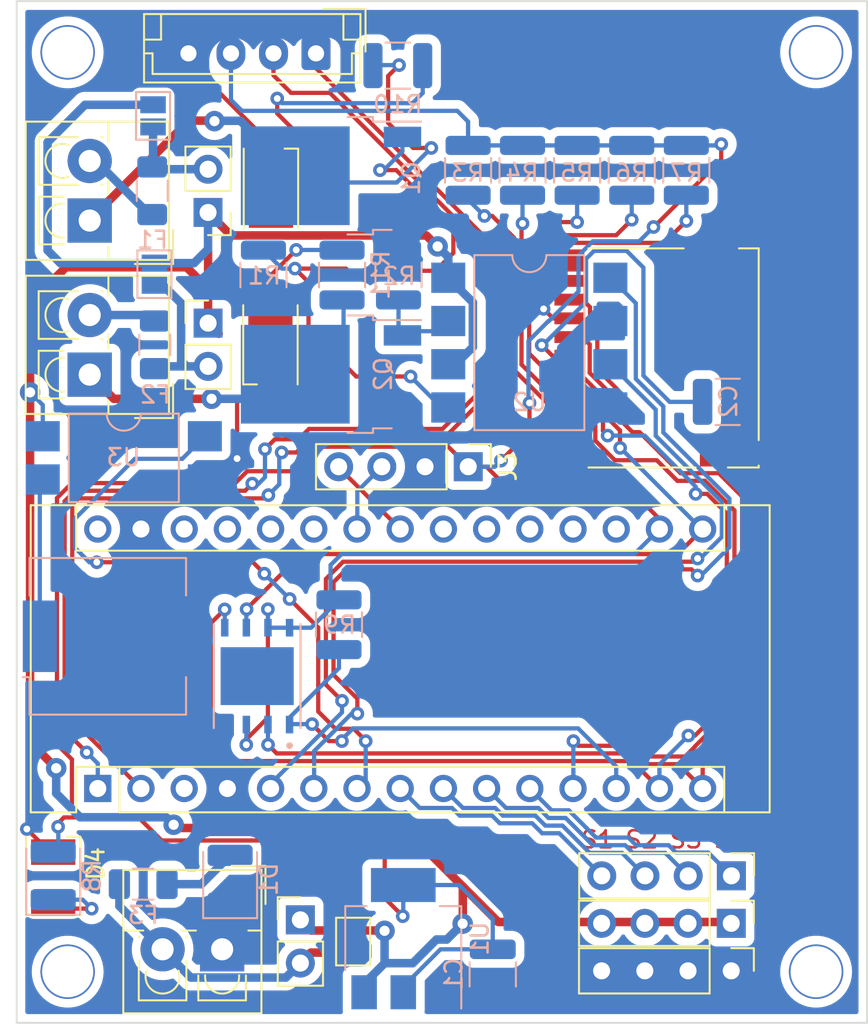
<source format=kicad_pcb>
(kicad_pcb (version 20211014) (generator pcbnew)
  (layers (0 "F.Cu" signal) (31 "B.Cu" signal) (34 "B.Paste" user) (35 "F.Paste" user) (36 "B.SilkS" user "B.Silkscreen") (37 "F.SilkS" user "F.Silkscreen") (38 "B.Mask" user) (39 "F.Mask" user) (44 "Edge.Cuts" user))
  (net 0 "")
  (net 1 "TX")
  (net 2 "RX")
  (net 3 "GND")
  (net 4 "Pyro_1")
  (net 5 "Pyro_2")
  (net 6 "CS")
  (net 7 "SPI_CS_FLASH")
  (net 8 "MOSI")
  (net 9 "MISO")
  (net 10 "SCK")
  (net 17 "SDA")
  (net 18 "SCL")
  (net 23 "3.3v")
  (net 24 "+BATT")
  (net 25 "Net-(BZ1-Pad1)")
  (net 26 "Servo_1")
  (net 27 "Servo_2")
  (net 28 "Servo_3")
  (net 29 "Servo_4")
  (net 30 "Net-(C2-Pad1)")
  (net 31 "Net-(D1-Pad2)")
  (net 32 "Net-(Q1-Pad1)")
  (net 33 "Net-(Q2-Pad1)")
  (net 36 "Net-(J11-Pad1)")
  (net 37 "Net-(J11-Pad8)")
  (net 38 "BuzzerPin")
  (net 39 "Net-(D2-Pad2)")
  (net 40 "Net-(J2-Pad1)")
  (net 41 "Net-(F1-Pad1)")
  (net 42 "Net-(J4-Pad1)")
  (net 43 "Net-(F1-Pad2)")
  (net 44 "Net-(F2-Pad1)")
  (net 45 "Net-(F2-Pad2)")
  (net 46 "Net-(F3-Pad1)")
  (net 47 "Net-(R8-Pad1)")
  (net 48 "Net-(R10-Pad2)")
  (footprint "LED_SMD:LED_PLCC-2" (layer "F.Cu") (at 164.92 80.105 90)
    (fp_text reference "D2" hide)
    (fp_text value "Con2")
  )
  (footprint "LED_SMD:LED_PLCC-2" (layer "F.Cu") (at 152.15 111.475 -90)
    (fp_text reference "D4")
    (fp_text value "LED" hide)
  )
  (footprint "Connector_PinHeader_2.54mm:PinHeader_1x04_P2.54mm_Vertical" (layer "F.Cu") (at 176.55 87.34 -90)
    (fp_text reference "J3")
    (fp_text value "BMP 280")
  )
  (footprint "TerminalBlock_4Ucon:TerminalBlock_4Ucon_1x02_P3.50mm_Vertical" (layer "F.Cu") (at 154.295 81.93 90)
    (fp_text reference "J4" hide)
    (fp_text value "Pyro 2" hide)
  )
  (footprint "LED_SMD:LED_PLCC-2" (layer "F.Cu") (at 164.95 71.055 -90)
    (fp_text reference "D3" hide)
    (fp_text value "Con1")
  )
  (footprint "TerminalBlock_4Ucon:TerminalBlock_4Ucon_1x02_P3.50mm_Vertical" (layer "F.Cu") (at 154.295 72.88 90)
    (fp_text reference "J2" hide)
    (fp_text value "Pyro 1" hide)
  )
  (footprint "TerminalBlock_4Ucon:TerminalBlock_4Ucon_1x02_P3.50mm_Vertical" (layer "F.Cu") (at 162.08 115.685 180)
    (fp_text reference "J1" hide)
    (fp_text value "Power in")
  )
  (footprint "Jumper:SolderJumper-2_P1.3mm_Open_Pad1.0x1.5mm" (layer "F.Cu") (at 169.78 115.23 90)
    (fp_text reference "JP3" hide)
    (fp_text value "SolderJumper_2_Open" hide)
  )
  (footprint "Connector_Card:microSD_HC_Hirose_DM3D-SF" (layer "F.Cu") (at 187.84 80.95 -90)
    (fp_text reference "J11" hide)
    (fp_text value "Micro_SD_Card")
  )
  (footprint "Connector_PinHeader_2.54mm:PinHeader_1x02_P2.54mm_Vertical" (layer "F.Cu") (at 161.255 78.905)
    (fp_text reference "J10" hide)
    (fp_text value "P2 Arm")
  )
  (footprint "Connector_PinHeader_2.54mm:PinHeader_1x02_P2.54mm_Vertical" (layer "F.Cu") (at 166.68 113.955)
    (fp_text reference "J8" hide)
    (fp_text value "Master Arm")
  )
  (footprint "Connector_PinHeader_2.54mm:PinHeader_1x04_P2.54mm_Vertical" (layer "F.Cu") (at 192.01 116.95 -90)
    (fp_text reference "J7" hide)
    (fp_text value "GND")
  )
  (footprint "Connector_PinHeader_2.54mm:PinHeader_1x02_P2.54mm_Vertical" (layer "F.Cu") (at 161.2525 72.405 180)
    (fp_text reference "J9" hide)
    (fp_text value "P1 Arm")
  )
  (footprint "Connector_PinHeader_2.54mm:PinHeader_1x04_P2.54mm_Vertical" (layer "F.Cu") (at 192.01 114.16 -90)
    (fp_text reference "J6" hide)
    (fp_text value "V+")
  )
  (footprint "Connector_JST:JST_EH_B4B-EH-A_1x04_P2.50mm_Vertical" (layer "F.Cu") (at 167.6 63.06 180)
    (fp_text reference "J12" hide)
    (fp_text value "UART")
  )
  (footprint "Module:Arduino_Nano" (layer "F.Cu") (at 154.77 106.24 90)
    (fp_text reference "A1" hide)
    (fp_text value "Arduino Nano")
  )
  (footprint "Connector_PinHeader_2.54mm:PinHeader_1x04_P2.54mm_Vertical" (layer "F.Cu") (at 192.02 111.37 -90)
    (fp_text reference "J5" hide)
    (fp_text value "SIG")
  )
  (footprint "Package_DIP:SMDIP-8_W9.53mm" (layer "B.Cu") (at 180.14 80.05 180)
    (fp_text reference "U2")
    (fp_text value "LTV-827S" hide)
  )
  (footprint "Package_TO_SOT_SMD:TO-252-2" (layer "B.Cu") (at 168.48 70.2475 180)
    (fp_text reference "Q1")
    (fp_text value "IRLR2905TRPBF" hide)
  )
  (footprint "Capacitor_SMD:C_1210_3225Metric" (layer "B.Cu") (at 191.8 83.53)
    (fp_text reference "C2")
    (fp_text value "100nF" hide)
  )
  (footprint "Resistor_SMD:R_1210_3225Metric" (layer "B.Cu") (at 169.13 76.08 90)
    (fp_text reference "R11")
    (fp_text value "300")
  )
  (footprint "Fuse:Fuse_1206_3216Metric" (layer "B.Cu") (at 158.12 80.18 -90)
    (fp_text reference "F2")
    (fp_text value "Fuse" hide)
  )
  (footprint "KP-PTR_lib:SON127P500X600X80-9N" (layer "B.Cu") (at 164.14 99.64 90)
    (fp_text reference "U4" hide)
    (fp_text value "W25Q128JVS" hide)
  )
  (footprint "Resistor_SMD:R_1210_3225Metric" (layer "B.Cu") (at 172.45 76.0775 -90)
    (fp_text reference "R2")
    (fp_text value "10k" hide)
  )
  (footprint "Package_TO_SOT_SMD:SOT-223-3_TabPin2" (layer "B.Cu") (at 172.73 115.06 90)
    (fp_text reference "U1")
    (fp_text value "3.3v REG")
  )
  (footprint "LED_SMD:LED_1210_3225Metric" (layer "B.Cu") (at 152.15 111.37 90)
    (fp_text reference "R8")
    (fp_text value "65")
  )
  (footprint "Package_TO_SOT_SMD:TO-252-2" (layer "B.Cu") (at 168.48 81.905 180)
    (fp_text reference "Q2")
    (fp_text value "IRLR2905TRPBF")
  )
  (footprint "Resistor_SMD:R_1210_3225Metric" (layer "B.Cu") (at 179.74 69.93 90)
    (fp_text reference "R4")
    (fp_text value "100k" hide)
  )
  (footprint "Resistor_SMD:R_1210_3225Metric" (layer "B.Cu") (at 182.95 69.93 90)
    (fp_text reference "R5")
    (fp_text value "100k" hide)
  )
  (footprint "Resistor_SMD:R_1210_3225Metric" (layer "B.Cu") (at 164.51 76.0775 90)
    (fp_text reference "R1")
    (fp_text value "10k" hide)
  )
  (footprint "Fuse:Fuse_1206_3216Metric" (layer "B.Cu") (at 157.97 71.13 90)
    (fp_text reference "F1")
    (fp_text value "Fuse" hide)
  )
  (footprint "Resistor_SMD:R_1210_3225Metric" (layer "B.Cu") (at 189.37 69.93 90)
    (fp_text reference "R7")
    (fp_text value "100k" hide)
  )
  (footprint "Diode_SMD:D_1210_3225Metric" (layer "B.Cu") (at 162.55 111.57 90)
    (fp_text reference "D1")
    (fp_text value "DIODE")
  )
  (footprint "Resistor_SMD:R_1210_3225Metric" (layer "B.Cu") (at 172.41 63.78)
    (fp_text reference "R10")
    (fp_text value "300")
  )
  (footprint "Resistor_SMD:R_1210_3225Metric" (layer "B.Cu") (at 168.95 96.62 -90)
    (fp_text reference "R9")
    (fp_text value "100k" hide)
  )
  (footprint "Resistor_SMD:R_1210_3225Metric" (layer "B.Cu") (at 186.16 69.93 90)
    (fp_text reference "R6")
    (fp_text value "100k" hide)
  )
  (footprint "Capacitor_SMD:C_1210_3225Metric" (layer "B.Cu") (at 177.99 117.16 -90)
    (fp_text reference "C1")
    (fp_text value "100nf")
  )
  (footprint "Jumper:SolderJumper-2_P1.3mm_Open_Pad1.0x1.5mm" (layer "B.Cu") (at 158.1 76.03 90)
    (fp_text reference "JP2" hide)
    (fp_text value "SolderJumper_2_Open" hide)
  )
  (footprint "Jumper:SolderJumper-2_P1.3mm_Open_Pad1.0x1.5mm" (layer "B.Cu") (at 158.02 66.73 90)
    (fp_text reference "JP1" hide)
    (fp_text value "SolderJumper_2_Open" hide)
  )
  (footprint "Resistor_SMD:R_1210_3225Metric" (layer "B.Cu") (at 176.54 69.93 90)
    (fp_text reference "R3")
    (fp_text value "100k" hide)
  )
  (footprint "Package_DIP:SMDIP-4_W9.53mm" (layer "B.Cu") (at 156.3 86.82 180)
    (fp_text reference "U3")
    (fp_text value "LTV-817S" hide)
  )
  (footprint "Fuse:Fuse_1206_3216Metric" (layer "B.Cu") (at 157.44 111.86)
    (fp_text reference "F3")
    (fp_text value "Fuse")
  )
  (footprint "Buzzer_Beeper:Buzzer_CUI_CPT-9019S-SMT" (layer "B.Cu") (at 155.36 97.3)
    (fp_text reference "BZ1" hide)
    (fp_text value "Buzzer")
  )
  (gr_line (start 200 120) (end 150 120) (layer "Edge.Cuts") (width 0.1))
  (gr_line (start 150 60) (end 200 60) (layer "Edge.Cuts") (width 0.1))
  (gr_line (start 200 60) (end 200 120) (layer "Edge.Cuts") (width 0.1))
  (gr_line locked (start 150 120) (end 150 60) (layer "Edge.Cuts") (width 0.1))
  (gr_text "S3\n" (at 189.35 109.24) (layer "F.Cu") (effects (font (size 1 1))))
  (gr_text "S2\n" (at 186.75 109.24) (layer "F.Cu") (effects (font (size 1 1))))
  (gr_text "S1" (at 184.15 109.24) (layer "F.Cu") (effects (font (size 1 1))))
  (gr_text "S4\n" (at 191.95 109.24) (layer "F.Cu") (effects (font (size 1 1))))
  (via locked (at 153 117) (size 3.2) (drill 3) (layers "F.Cu" "B.Cu") (net 0))
  (via locked (at 197 117) (size 3.2) (drill 3) (layers "F.Cu" "B.Cu") (net 0))
  (via (at 153 63) (size 3.2) (drill 3) (layers "F.Cu" "B.Cu") (net 0))
  (via locked (at 197 63) (size 3.2) (drill 3) (layers "F.Cu" "B.Cu") (net 0))
  (segment (start 178.332881 75.298599) (end 168.414282 65.38) (width 0.25) (layer "F.Cu") (net 1))
  (segment (start 165.1 64.35) (end 165.1 63.06) (width 0.25) (layer "F.Cu") (net 1))
  (segment (start 164.6 86.31) (end 165.18 85.73) (width 0.25) (layer "F.Cu") (net 1))
  (segment (start 165.18 85.73) (end 166.574282 85.73) (width 0.25) (layer "F.Cu") (net 1))
  (segment (start 153.433803 88.75048) (end 163.42952 88.75048) (width 0.25) (layer "F.Cu") (net 1))
  (segment (start 152.82048 102.82048) (end 152.82048 89.363802) (width 0.25) (layer "F.Cu") (net 1))
  (segment (start 178.332881 81.821401) (end 178.332881 75.298599) (width 0.25) (layer "F.Cu") (net 1))
  (segment (start 166.574282 85.73) (end 167.183803 85.12048) (width 0.25) (layer "F.Cu") (net 1))
  (segment (start 166.13 65.38) (end 165.1 64.35) (width 0.25) (layer "F.Cu") (net 1))
  (segment (start 154.12 104.12) (end 152.82048 102.82048) (width 0.25) (layer "F.Cu") (net 1))
  (segment (start 175.033802 85.12048) (end 178.332881 81.821401) (width 0.25) (layer "F.Cu") (net 1))
  (segment (start 168.414282 65.38) (end 166.13 65.38) (width 0.25) (layer "F.Cu") (net 1))
  (segment (start 152.82048 89.363802) (end 153.433803 88.75048) (width 0.25) (layer "F.Cu") (net 1))
  (segment (start 167.183803 85.12048) (end 175.033802 85.12048) (width 0.25) (layer "F.Cu") (net 1))
  (segment (start 163.42952 88.75048) (end 163.85 88.33) (width 0.25) (layer "F.Cu") (net 1))
  (via (at 163.85 88.33) (size 0.8) (drill 0.4) (layers "F.Cu" "B.Cu") (net 1))
  (via (at 164.6 86.31) (size 0.8) (drill 0.4) (layers "F.Cu" "B.Cu") (net 1))
  (via (at 154.12 104.12) (size 0.8) (drill 0.4) (layers "F.Cu" "B.Cu") (net 1))
  (segment (start 164.6 86.31) (end 164.6 87.96) (width 0.25) (layer "B.Cu") (net 1))
  (segment (start 164.6 87.96) (end 164.01 88.55) (width 0.25) (layer "B.Cu") (net 1))
  (segment (start 154.77 104.77) (end 154.77 106.24) (width 0.25) (layer "B.Cu") (net 1))
  (segment (start 164.01 88.49) (end 163.85 88.33) (width 0.25) (layer "B.Cu") (net 1))
  (segment (start 164.01 88.55) (end 164.01 88.49) (width 0.25) (layer "B.Cu") (net 1))
  (segment (start 154.12 104.12) (end 154.77 104.77) (width 0.25) (layer "B.Cu") (net 1))
  (segment (start 153.62 89.2) (end 153.27 89.55) (width 0.25) (layer "F.Cu") (net 2))
  (segment (start 166.438562 86.501438) (end 167.37 85.57) (width 0.25) (layer "F.Cu") (net 2))
  (segment (start 167.6 63.93) (end 167.6 63.06) (width 0.25) (layer "F.Cu") (net 2))
  (segment (start 153.27 89.55) (end 153.27 102.2) (width 0.25) (layer "F.Cu") (net 2))
  (segment (start 165.580998 86.501438) (end 166.438562 86.501438) (width 0.25) (layer "F.Cu") (net 2))
  (segment (start 175.22 85.57) (end 178.782401 82.007599) (width 0.25) (layer "F.Cu") (net 2))
  (segment (start 164.61 89.2) (end 153.62 89.2) (width 0.25) (layer "F.Cu") (net 2))
  (segment (start 178.782401 75.112401) (end 167.6 63.93) (width 0.25) (layer "F.Cu") (net 2))
  (segment (start 178.782401 82.007599) (end 178.782401 75.112401) (width 0.25) (layer "F.Cu") (net 2))
  (segment (start 153.27 102.2) (end 157.31 106.24) (width 0.25) (layer "F.Cu") (net 2))
  (segment (start 164.8 89.01) (end 164.61 89.2) (width 0.25) (layer "F.Cu") (net 2))
  (segment (start 167.37 85.57) (end 175.22 85.57) (width 0.25) (layer "F.Cu") (net 2))
  (via (at 165.580998 86.501438) (size 0.8) (drill 0.4) (layers "F.Cu" "B.Cu") (net 2))
  (via (at 164.8 89.01) (size 0.8) (drill 0.4) (layers "F.Cu" "B.Cu") (net 2))
  (segment (start 165.44 86.642436) (end 165.580998 86.501438) (width 0.25) (layer "B.Cu") (net 2))
  (segment (start 165.44 88.37) (end 165.44 86.642436) (width 0.25) (layer "B.Cu") (net 2))
  (segment (start 164.8 89.01) (end 165.44 88.37) (width 0.25) (layer "B.Cu") (net 2))
  (segment (start 160.1 63.06) (end 160.1 63.55) (width 0.25) (layer "F.Cu") (net 3))
  (segment (start 164.95 68.4) (end 164.95 69.555) (width 0.25) (layer "F.Cu") (net 3))
  (segment (start 152.15 109.48) (end 152.12 109.45) (width 0.25) (layer "F.Cu") (net 3))
  (segment (start 160.1 63.55) (end 164.95 68.4) (width 0.25) (layer "F.Cu") (net 3))
  (segment (start 162.96 86.86) (end 162.96 83.565) (width 0.25) (layer "F.Cu") (net 3))
  (segment (start 162.96 83.565) (end 164.92 81.605) (width 0.25) (layer "F.Cu") (net 3))
  (segment (start 181.535 78.625) (end 182.49 78.625) (width 0.25) (layer "F.Cu") (net 3))
  (segment (start 151.955 109.975) (end 150.6 108.62) (width 0.25) (layer "F.Cu") (net 3))
  (segment (start 180.98 78.07) (end 181.535 78.625) (width 0.25) (layer "F.Cu") (net 3))
  (segment (start 152.15 109.975) (end 152.15 109.48) (width 0.25) (layer "F.Cu") (net 3))
  (segment (start 152.15 109.975) (end 151.955 109.975) (width 0.25) (layer "F.Cu") (net 3))
  (via (at 162.96 86.86) (size 0.8) (drill 0.4) (layers "F.Cu" "B.Cu") (net 3))
  (via (at 180.98 78.07) (size 0.8) (drill 0.4) (layers "F.Cu" "B.Cu") (net 3))
  (via (at 150.6 108.62) (size 0.8) (drill 0.4) (layers "F.Cu" "B.Cu") (net 3))
  (segment (start 161.73 88.09) (end 162.96 86.86) (width 0.25) (layer "B.Cu") (net 3))
  (segment (start 172.45 72.7575) (end 172.68 72.5275) (width 0.25) (layer "B.Cu") (net 3))
  (segment (start 161.065 88.09) (end 161.73 88.09) (width 0.25) (layer "B.Cu") (net 3))
  (segment (start 190.03 92.73) (end 189.84048 92.91952) (width 0.25) (layer "F.Cu") (net 4))
  (segment (start 168.17952 93.93048) (end 168.17952 100.13952) (width 0.25) (layer "F.Cu") (net 4))
  (segment (start 189.84048 92.91952) (end 169.19048 92.91952) (width 0.25) (layer "F.Cu") (net 4))
  (segment (start 169.19048 92.91952) (end 168.17952 93.93048) (width 0.25) (layer "F.Cu") (net 4))
  (segment (start 168.17952 100.13952) (end 169.13 101.09) (width 0.25) (layer "F.Cu") (net 4))
  (via (at 190.03 92.73) (size 0.8) (drill 0.4) (layers "F.Cu" "B.Cu") (net 4))
  (via (at 169.13 101.09) (size 0.8) (drill 0.4) (layers "F.Cu" "B.Cu") (net 4))
  (segment (start 169.13 101.09) (end 169.13 101.77) (width 0.25) (layer "B.Cu") (net 4))
  (segment (start 187.57 85.52) (end 187.57 83.985) (width 0.25) (layer "B.Cu") (net 4))
  (segment (start 187.57 83.985) (end 184.905 81.32) (width 0.25) (layer "B.Cu") (net 4))
  (segment (start 169.13 101.77) (end 164.95 105.95) (width 0.25) (layer "B.Cu") (net 4))
  (segment (start 191.454511 89.404511) (end 187.57 85.52) (width 0.25) (layer "B.Cu") (net 4))
  (segment (start 191.454511 91.465789) (end 191.454511 89.404511) (width 0.25) (layer "B.Cu") (net 4))
  (segment (start 190.1903 92.73) (end 191.454511 91.465789) (width 0.25) (layer "B.Cu") (net 4))
  (segment (start 164.95 105.95) (end 164.95 106.26) (width 0.25) (layer "B.Cu") (net 4))
  (segment (start 184.905 81.32) (end 184.905 81.495) (width 0.25) (layer "B.Cu") (net 4))
  (segment (start 190.03 92.73) (end 190.1903 92.73) (width 0.25) (layer "B.Cu") (net 4))
  (segment (start 189.669537 93.36904) (end 169.376678 93.36904) (width 0.25) (layer "F.Cu") (net 5))
  (segment (start 168.62904 94.116678) (end 168.62904 99.564426) (width 0.25) (layer "F.Cu") (net 5))
  (segment (start 190.03 93.729503) (end 189.669537 93.36904) (width 0.25) (layer "F.Cu") (net 5))
  (segment (start 170.030769 100.966155) (end 170.030769 101.843351) (width 0.25) (layer "F.Cu") (net 5))
  (segment (start 168.62904 99.564426) (end 170.030769 100.966155) (width 0.25) (layer "F.Cu") (net 5))
  (segment (start 169.376678 93.36904) (end 168.62904 94.116678) (width 0.25) (layer "F.Cu") (net 5))
  (via (at 190.03 93.729503) (size 0.8) (drill 0.4) (layers "F.Cu" "B.Cu") (net 5))
  (via (at 170.030769 101.843351) (size 0.8) (drill 0.4) (layers "F.Cu" "B.Cu") (net 5))
  (segment (start 167.49 106.26) (end 167.49 104.045718) (width 0.25) (layer "B.Cu") (net 5))
  (segment (start 167.49 104.045718) (end 169.692367 101.843351) (width 0.25) (layer "B.Cu") (net 5))
  (segment (start 186.4 82.179282) (end 186.4 77.735) (width 0.25) (layer "B.Cu") (net 5))
  (segment (start 190.236215 93.729503) (end 191.904031 92.061687) (width 0.25) (layer "B.Cu") (net 5))
  (segment (start 191.904031 89.218313) (end 188.01952 85.333802) (width 0.25) (layer "B.Cu") (net 5))
  (segment (start 191.904031 92.061687) (end 191.904031 89.218313) (width 0.25) (layer "B.Cu") (net 5))
  (segment (start 190.03 93.729503) (end 190.236215 93.729503) (width 0.25) (layer "B.Cu") (net 5))
  (segment (start 186.4 77.735) (end 184.905 76.24) (width 0.25) (layer "B.Cu") (net 5))
  (segment (start 169.692367 101.843351) (end 170.030769 101.843351) (width 0.25) (layer "B.Cu") (net 5))
  (segment (start 188.01952 83.798802) (end 186.4 82.179282) (width 0.25) (layer "B.Cu") (net 5))
  (segment (start 188.01952 85.333802) (end 188.01952 83.798802) (width 0.25) (layer "B.Cu") (net 5))
  (segment (start 192.19952 89.903803) (end 190.465237 88.16952) (width 0.25) (layer "F.Cu") (net 6))
  (segment (start 183.615 83.025) (end 182.49 83.025) (width 0.25) (layer "F.Cu") (net 6))
  (segment (start 186.552395 103.73096) (end 187.181915 104.36048) (width 0.25) (layer "F.Cu") (net 6))
  (segment (start 184.02 83.43) (end 183.615 83.025) (width 0.25) (layer "F.Cu") (net 6))
  (segment (start 189.88048 103.77952) (end 189.88048 103.764135) (width 0.25) (layer "F.Cu") (net 6))
  (segment (start 182.73 103.45598) (end 183.00498 103.73096) (width 0.25) (layer "F.Cu") (net 6))
  (segment (start 187.633293 86.959011) (end 185.168897 86.959011) (width 0.25) (layer "F.Cu") (net 6))
  (segment (start 181.365 83.025) (end 179.681441 81.341441) (width 0.25) (layer "F.Cu") (net 6))
  (segment (start 189.29952 104.36048) (end 189.88048 103.77952) (width 0.25) (layer "F.Cu") (net 6))
  (segment (start 179.681441 81.341441) (end 179.681441 73.108559) (width 0.25) (layer "F.Cu") (net 6))
  (segment (start 179.681441 73.108559) (end 179.74 73.05) (width 0.25) (layer "F.Cu") (net 6))
  (segment (start 190.465237 88.16952) (end 188.843803 88.16952) (width 0.25) (layer "F.Cu") (net 6))
  (segment (start 182.49 83.025) (end 181.365 83.025) (width 0.25) (layer "F.Cu") (net 6))
  (segment (start 189.88048 103.764135) (end 192.19952 101.445094) (width 0.25) (layer "F.Cu") (net 6))
  (segment (start 187.181915 104.36048) (end 189.29952 104.36048) (width 0.25) (layer "F.Cu") (net 6))
  (segment (start 183.00498 103.73096) (end 186.552395 103.73096) (width 0.25) (layer "F.Cu") (net 6))
  (segment (start 188.843803 88.16952) (end 187.633293 86.959011) (width 0.25) (layer "F.Cu") (net 6))
  (segment (start 185.168897 86.959011) (end 184.02 85.810114) (width 0.25) (layer "F.Cu") (net 6))
  (segment (start 192.19952 101.445094) (end 192.19952 89.903803) (width 0.25) (layer "F.Cu") (net 6))
  (segment (start 184.02 85.810114) (end 184.02 83.43) (width 0.25) (layer "F.Cu") (net 6))
  (via (at 182.73 103.45598) (size 0.8) (drill 0.4) (layers "F.Cu" "B.Cu") (net 6))
  (via locked (at 179.74 73.05) (size 0.8) (drill 0.4) (layers "F.Cu" "B.Cu") (net 6))
  (segment locked (start 179.74 73.05) (end 179.74 71.3925) (width 0.25) (layer "B.Cu") (net 6))
  (segment (start 182.73 103.45598) (end 182.73 106.22) (width 0.25) (layer "B.Cu") (net 6))
  (segment (start 182.73 106.22) (end 182.71 106.24) (width 0.25) (layer "B.Cu") (net 6))
  (segment (start 169.12 103.45598) (end 168.35598 103.45598) (width 0.25) (layer "F.Cu") (net 7))
  (segment (start 167.37 102.47) (end 167.37 102.46) (width 0.25) (layer "F.Cu") (net 7))
  (segment (start 168.35598 103.45598) (end 167.37 102.47) (width 0.25) (layer "F.Cu") (net 7))
  (via (at 169.12 103.45598) (size 0.8) (drill 0.4) (layers "F.Cu" "B.Cu") (net 7))
  (via (at 167.37 102.46) (size 0.8) (drill 0.4) (layers "F.Cu" "B.Cu") (net 7))
  (segment (start 168.95 99.17) (end 168.95 98.0825) (width 0.25) (layer "B.Cu") (net 7))
  (segment (start 169.771436 102.71) (end 183.008634 102.71) (width 0.25) (layer "B.Cu") (net 7))
  (segment (start 169.12 103.45598) (end 169.12 103.361436) (width 0.25) (layer "B.Cu") (net 7))
  (segment (start 185.25 104.951366) (end 185.25 106.24) (width 0.25) (layer "B.Cu") (net 7))
  (segment (start 166.045 102.485) (end 166.045 102.075) (width 0.25) (layer "B.Cu") (net 7))
  (segment (start 166.07 102.46) (end 166.045 102.485) (width 0.25) (layer "B.Cu") (net 7))
  (segment (start 183.008634 102.71) (end 185.25 104.951366) (width 0.25) (layer "B.Cu") (net 7))
  (segment (start 166.045 102.075) (end 168.95 99.17) (width 0.25) (layer "B.Cu") (net 7))
  (segment (start 169.12 103.361436) (end 169.771436 102.71) (width 0.25) (layer "B.Cu") (net 7))
  (segment (start 167.37 102.46) (end 166.07 102.46) (width 0.25) (layer "B.Cu") (net 7))
  (segment (start 184.46952 85.23502) (end 184.46952 83.243802) (width 0.25) (layer "F.Cu") (net 8))
  (segment (start 161.48 96.47) (end 161.48 103.12) (width 0.25) (layer "F.Cu") (net 8))
  (segment (start 181.328565 72.97) (end 182.95 72.97) (width 0.25) (layer "F.Cu") (net 8))
  (segment (start 191.75 90.09) (end 191.75 101.258896) (width 0.25) (layer "F.Cu") (net 8))
  (segment (start 189.878897 103.13) (end 189.49 103.13) (width 0.25) (layer "F.Cu") (net 8))
  (segment (start 186.18 104.63) (end 187.79 106.24) (width 0.25) (layer "F.Cu") (net 8))
  (segment (start 162.23 95.72) (end 161.48 96.47) (width 0.25) (layer "F.Cu") (net 8))
  (segment (start 184.46952 83.243802) (end 183.150718 81.925) (width 0.25) (layer "F.Cu") (net 8))
  (segment (start 190.5945 88.9345) (end 191.75 90.09) (width 0.25) (layer "F.Cu") (net 8))
  (segment (start 189.92 88.9345) (end 190.5945 88.9345) (width 0.25) (layer "F.Cu") (net 8))
  (segment (start 183.150718 81.925) (end 182.49 81.925) (width 0.25) (layer "F.Cu") (net 8))
  (segment (start 161.48 103.12) (end 162.99 104.63) (width 0.25) (layer "F.Cu") (net 8))
  (segment (start 180.130961 74.167604) (end 181.328565 72.97) (width 0.25) (layer "F.Cu") (net 8))
  (segment (start 180.130961 80.690961) (end 180.130961 74.167604) (width 0.25) (layer "F.Cu") (net 8))
  (segment (start 184.7445 85.51) (end 184.46952 85.23502) (width 0.25) (layer "F.Cu") (net 8))
  (segment (start 181.365 81.925) (end 180.130961 80.690961) (width 0.25) (layer "F.Cu") (net 8))
  (segment (start 182.49 81.925) (end 181.365 81.925) (width 0.25) (layer "F.Cu") (net 8))
  (segment (start 191.75 101.258896) (end 189.878897 103.13) (width 0.25) (layer "F.Cu") (net 8))
  (segment (start 162.99 104.63) (end 186.18 104.63) (width 0.25) (layer "F.Cu") (net 8))
  (via locked (at 182.95 72.97) (size 0.8) (drill 0.4) (layers "F.Cu" "B.Cu") (net 8))
  (via (at 189.92 88.9345) (size 0.8) (drill 0.4) (layers "F.Cu" "B.Cu") (net 8))
  (via (at 162.23 95.72) (size 0.8) (drill 0.4) (layers "F.Cu" "B.Cu") (net 8))
  (via (at 189.49 103.13) (size 0.8) (drill 0.4) (layers "F.Cu" "B.Cu") (net 8))
  (via (at 184.7445 85.51) (size 0.8) (drill 0.4) (layers "F.Cu" "B.Cu") (net 8))
  (segment (start 186.92 85.51) (end 184.7445 85.51) (width 0.25) (layer "B.Cu") (net 8))
  (segment (start 162.235 95.725) (end 162.235 96.795) (width 0.25) (layer "B.Cu") (net 8))
  (segment (start 189.92 88.51) (end 186.92 85.51) (width 0.25) (layer "B.Cu") (net 8))
  (segment (start 187.79 104.83) (end 187.79 106.24) (width 0.25) (layer "B.Cu") (net 8))
  (segment (start 189.92 88.9345) (end 189.92 88.51) (width 0.25) (layer "B.Cu") (net 8))
  (segment (start 189.49 103.13) (end 187.79 104.83) (width 0.25) (layer "B.Cu") (net 8))
  (segment (start 162.23 95.72) (end 162.235 95.725) (width 0.25) (layer "B.Cu") (net 8))
  (segment locked (start 182.95 71.3925) (end 182.95 72.97) (width 0.25) (layer "B.Cu") (net 8))
  (segment (start 185.36856 84.473728) (end 186.203685 85.308853) (width 0.25) (layer "F.Cu") (net 9))
  (segment (start 191.279058 87.72) (end 192.64904 89.089982) (width 0.25) (layer "F.Cu") (net 9))
  (segment (start 183.71 77.970978) (end 183.71 79.17) (width 0.25) (layer "F.Cu") (net 9))
  (segment (start 180.58048 76.276197) (end 180.58048 74.353802) (width 0.25) (layer "F.Cu") (net 9))
  (segment (start 186.203685 85.308853) (end 186.618853 85.308853) (width 0.25) (layer "F.Cu") (net 9))
  (segment (start 186.618853 85.308853) (end 189.03 87.72) (width 0.25) (layer "F.Cu") (net 9))
  (segment (start 183.71 79.17) (end 184.139031 79.599031) (width 0.25) (layer "F.Cu") (net 9))
  (segment (start 182.49 77.525) (end 181.829283 77.525) (width 0.25) (layer "F.Cu") (net 9))
  (segment (start 192.64904 101.631292) (end 190.33 103.950332) (width 0.25) (layer "F.Cu") (net 9))
  (segment (start 188.9 104.81) (end 190.33 106.24) (width 0.25) (layer "F.Cu") (net 9))
  (segment (start 180.58048 74.353802) (end 181.193803 73.74048) (width 0.25) (layer "F.Cu") (net 9))
  (segment (start 186.366198 104.18048) (end 186.995718 104.81) (width 0.25) (layer "F.Cu") (net 9))
  (segment (start 164.78 103.67) (end 165.29048 104.18048) (width 0.25) (layer "F.Cu") (net 9))
  (segment (start 165.29048 104.18048) (end 186.366198 104.18048) (width 0.25) (layer "F.Cu") (net 9))
  (segment (start 186.995718 104.81) (end 188.9 104.81) (width 0.25) (layer "F.Cu") (net 9))
  (segment (start 189.03 87.72) (end 191.279058 87.72) (width 0.25) (layer "F.Cu") (net 9))
  (segment (start 181.193803 73.74048) (end 185.24952 73.74048) (width 0.25) (layer "F.Cu") (net 9))
  (segment (start 192.64904 89.089982) (end 192.64904 101.631292) (width 0.25) (layer "F.Cu") (net 9))
  (segment (start 183.264022 77.525) (end 183.71 77.970978) (width 0.25) (layer "F.Cu") (net 9))
  (segment (start 184.139031 79.599031) (end 184.139031 81.62) (width 0.25) (layer "F.Cu") (net 9))
  (segment (start 182.49 77.525) (end 183.264022 77.525) (width 0.25) (layer "F.Cu") (net 9))
  (segment (start 184.139031 81.62) (end 185.36856 82.849529) (width 0.25) (layer "F.Cu") (net 9))
  (segment (start 190.33 103.950332) (end 190.33 106.24) (width 0.25) (layer "F.Cu") (net 9))
  (segment (start 181.829283 77.525) (end 180.58048 76.276197) (width 0.25) (layer "F.Cu") (net 9))
  (segment (start 185.24952 73.74048) (end 186.16 72.83) (width 0.25) (layer "F.Cu") (net 9))
  (segment (start 185.36856 82.849529) (end 185.36856 84.473728) (width 0.25) (layer "F.Cu") (net 9))
  (via (at 164.78 103.67) (size 0.8) (drill 0.4) (layers "F.Cu" "B.Cu") (net 9))
  (via locked (at 186.16 72.83) (size 0.8) (drill 0.4) (layers "F.Cu" "B.Cu") (net 9))
  (segment (start 164.775 103.665) (end 164.775 102.485) (width 0.25) (layer "B.Cu") (net 9))
  (segment locked (start 186.16 72.83) (end 186.16 71.3925) (width 0.25) (layer "B.Cu") (net 9))
  (segment (start 164.78 103.67) (end 164.775 103.665) (width 0.25) (layer "B.Cu") (net 9))
  (segment (start 163.52 95.71) (end 163.52 95.69) (width 0.25) (layer "F.Cu") (net 10))
  (segment (start 166.74 92.47) (end 188.86 92.47) (width 0.25) (layer "F.Cu") (net 10))
  (segment (start 185.469011 85.209897) (end 184.91904 84.659926) (width 0.25) (layer "F.Cu") (net 10))
  (segment (start 188.86 92.47) (end 190.33 91) (width 0.25) (layer "F.Cu") (net 10))
  (segment (start 185.479174 86.039174) (end 185.469011 86.029011) (width 0.25) (layer "F.Cu") (net 10))
  (segment (start 183.689511 81.828075) (end 183.689511 80.150489) (width 0.25) (layer "F.Cu") (net 10))
  (segment (start 163.52 95.69) (end 166.74 92.47) (width 0.25) (layer "F.Cu") (net 10))
  (segment (start 185.479174 86.2345) (end 185.479174 86.039174) (width 0.25) (layer "F.Cu") (net 10))
  (segment (start 185.469011 86.029011) (end 185.469011 85.209897) (width 0.25) (layer "F.Cu") (net 10))
  (segment (start 183.689511 80.150489) (end 183.264022 79.725) (width 0.25) (layer "F.Cu") (net 10))
  (segment (start 183.264022 79.725) (end 182.49 79.725) (width 0.25) (layer "F.Cu") (net 10))
  (segment (start 184.91904 84.659926) (end 184.91904 83.057605) (width 0.25) (layer "F.Cu") (net 10))
  (segment (start 184.91904 83.057605) (end 183.689511 81.828075) (width 0.25) (layer "F.Cu") (net 10))
  (via (at 185.479174 86.2345) (size 0.8) (drill 0.4) (layers "F.Cu" "B.Cu") (net 10))
  (via (at 163.52 95.71) (size 0.8) (drill 0.4) (layers "F.Cu" "B.Cu") (net 10))
  (segment (start 185.4945 86.2345) (end 190.26 91) (width 0.25) (layer "B.Cu") (net 10))
  (segment (start 190.26 91) (end 190.33 91) (width 0.25) (layer "B.Cu") (net 10))
  (segment (start 163.52 95.71) (end 163.505 95.725) (width 0.25) (layer "B.Cu") (net 10))
  (segment (start 185.479174 86.2345) (end 185.4945 86.2345) (width 0.25) (layer "B.Cu") (net 10))
  (segment (start 163.505 95.725) (end 163.505 96.795) (width 0.25) (layer "B.Cu") (net 10))
  (segment (start 168.93 87.38) (end 172.57 91.02) (width 0.25) (layer "F.Cu") (net 17))
  (segment (start 171.47 87.34) (end 170.03 88.78) (width 0.25) (layer "B.Cu") (net 18))
  (segment (start 170.03 88.78) (end 170.03 91.02) (width 0.25) (layer "B.Cu") (net 18))
  (segment (start 180.15 85.3) (end 180.15 83.59) (width 0.25) (layer "F.Cu") (net 23))
  (segment (start 153.25 104.53) (end 152.370961 103.650961) (width 0.25) (layer "F.Cu") (net 23))
  (segment (start 153.82 107.94) (end 153.25 107.37) (width 0.25) (layer "F.Cu") (net 23))
  (segment (start 187.46 73.26) (end 187.44 73.26) (width 0.25) (layer "F.Cu") (net 23))
  (segment (start 153.247605 88.30096) (end 162.854426 88.30096) (width 0.25) (layer "F.Cu") (net 23))
  (segment (start 191.42 69.3) (end 187.46 73.26) (width 0.25) (layer "F.Cu") (net 23))
  (segment (start 157.17 107.94) (end 154.23 107.94) (width 0.25) (layer "F.Cu") (net 23))
  (segment (start 172.7 113.74) (end 171.637457 112.677457) (width 0.25) (layer "F.Cu") (net 23))
  (segment (start 152.370961 89.177604) (end 153.247605 88.30096) (width 0.25) (layer "F.Cu") (net 23))
  (segment (start 163.5 103.35) (end 164.77 102.08) (width 0.25) (layer "F.Cu") (net 23))
  (segment (start 154.23 107.94) (end 153.82 107.94) (width 0.25) (layer "F.Cu") (net 23))
  (segment (start 178.47 86.98) (end 180.15 85.3) (width 0.25) (layer "F.Cu") (net 23))
  (segment (start 187.79 90.41) (end 187.79 91) (width 0.25) (layer "F.Cu") (net 23))
  (segment (start 152.436515 108.283485) (end 152.78 107.94) (width 0.25) (layer "F.Cu") (net 23))
  (segment (start 171.637457 112.677457) (end 171.637457 110.007457) (width 0.25) (layer "F.Cu") (net 23))
  (segment (start 163.549897 87.605489) (end 166.164511 87.605489) (width 0.25) (layer "F.Cu") (net 23))
  (segment (start 166.164511 87.605489) (end 167.604511 86.165489) (width 0.25) (layer "F.Cu") (net 23))
  (segment (start 186.76 89.38) (end 187.79 90.41) (width 0.25) (layer "F.Cu") (net 23))
  (segment (start 191.42 68.39) (end 191.42 69.3) (width 0.25) (layer "F.Cu") (net 23))
  (segment (start 158.524511 109.294511) (end 157.17 107.94) (width 0.25) (layer "F.Cu") (net 23))
  (segment (start 162.854426 88.30096) (end 163.549897 87.605489) (width 0.25) (layer "F.Cu") (net 23))
  (segment (start 176.55 87.34) (end 177.62 87.34) (width 0.25) (layer "F.Cu") (net 23))
  (segment (start 163.5 103.67) (end 163.5 103.35) (width 0.25) (layer "F.Cu") (net 23))
  (segment (start 167.604511 86.165489) (end 175.375489 86.165489) (width 0.25) (layer "F.Cu") (net 23))
  (segment (start 153.25 105.92) (end 153.25 104.53) (width 0.25) (layer "F.Cu") (net 23))
  (segment (start 152.436515 108.48789) (end 152.436515 108.283485) (width 0.25) (layer "F.Cu") (net 23))
  (segment (start 177.62 87.34) (end 179.66 89.38) (width 0.25) (layer "F.Cu") (net 23))
  (segment (start 175.375489 86.165489) (end 176.55 87.34) (width 0.25) (layer "F.Cu") (net 23))
  (segment (start 153.25 107.37) (end 153.25 105.94) (width 0.25) (layer "F.Cu") (net 23))
  (segment (start 170.924511 109.294511) (end 158.524511 109.294511) (width 0.25) (layer "F.Cu") (net 23))
  (segment (start 164.77 102.08) (end 164.77 95.71) (width 0.25) (layer "F.Cu") (net 23))
  (segment (start 179.66 89.38) (end 186.76 89.38) (width 0.25) (layer "F.Cu") (net 23))
  (segment (start 171.637457 110.007457) (end 170.924511 109.294511) (width 0.25) (layer "F.Cu") (net 23))
  (segment (start 152.370961 103.650961) (end 152.370961 89.177604) (width 0.25) (layer "F.Cu") (net 23))
  (segment (start 152.78 107.94) (end 154.23 107.94) (width 0.25) (layer "F.Cu") (net 23))
  (via (at 180.15 83.59) (size 0.8) (drill 0.4) (layers "F.Cu" "B.Cu") (net 23))
  (via (at 187.44 73.26) (size 0.8) (drill 0.4) (layers "F.Cu" "B.Cu") (net 23))
  (via (at 178.47 86.98) (size 0.8) (drill 0.4) (layers "F.Cu" "B.Cu") (net 23))
  (via (at 163.5 103.67) (size 0.8) (drill 0.4) (layers "F.Cu" "B.Cu") (net 23))
  (via (at 191.42 68.39) (size 0.8) (drill 0.4) (layers "F.Cu" "B.Cu") (net 23))
  (via (at 164.77 95.71) (size 0.8) (drill 0.4) (layers "F.Cu" "B.Cu") (net 23))
  (via (at 172.7 113.74) (size 0.8) (drill 0.4) (layers "F.Cu" "B.Cu") (net 23))
  (via (at 152.436515 108.48789) (size 0.8) (drill 0.4) (layers "F.Cu" "B.Cu") (net 23))
  (segment (start 168.455 93.115) (end 169.11 92.46) (width 0.25) (layer "B.Cu") (net 23))
  (segment locked (start 176.54 68.4675) (end 189.37 68.4675) (width 0.25) (layer "B.Cu") (net 23))
  (segment (start 191.3425 68.4675) (end 189.37 68.4675) (width 0.25) (layer "B.Cu") (net 23))
  (segment (start 152.436515 108.48789) (end 152.45 108.501375) (width 0.25) (layer "B.Cu") (net 23))
  (segment locked (start 176.54 68.4675) (end 176.54 68.63) (width 0.25) (layer "B.Cu") (net 23))
  (segment (start 164.77 95.71) (end 164.775 95.715) (width 0.25) (layer "B.Cu") (net 23))
  (segment (start 172.73 117.87) (end 172.73 118.21) (width 0.25) (layer "B.Cu") (net 23))
  (segment (start 168.455 94.6625) (end 168.455 93.115) (width 0.25) (layer "B.Cu") (net 23))
  (segment (start 167.3125 96.795) (end 168.95 95.1575) (width 0.25) (layer "B.Cu") (net 23))
  (segment (start 187.44 73.26) (end 186.6 74.1) (width 0.25) (layer "B.Cu") (net 23))
  (segment (start 177.99 113.89) (end 177.99 115.685) (width 0.25) (layer "B.Cu") (net 23))
  (segment (start 164.775 95.715) (end 164.775 96.795) (width 0.25) (layer "B.Cu") (net 23))
  (segment (start 191.42 68.39) (end 191.3425 68.4675) (width 0.25) (layer "B.Cu") (net 23))
  (segment (start 176.01 111.91) (end 177.99 113.89) (width 0.25) (layer "B.Cu") (net 23))
  (segment (start 174.915 115.685) (end 172.73 117.87) (width 0.25) (layer "B.Cu") (net 23))
  (segment (start 181.250875 78.794511) (end 180.09 79.955386) (width 0.25) (layer "B.Cu") (net 23))
  (segment (start 183.87026 74.1) (end 183.03048 74.93978) (width 0.25) (layer "B.Cu") (net 23))
  (segment (start 175.905481 66.435481) (end 163.245481 66.435481) (width 0.25) (layer "B.Cu") (net 23))
  (segment (start 183.03048 74.93978) (end 183.03048 77.044134) (width 0.25) (layer "B.Cu") (net 23))
  (segment (start 186.33 92.46) (end 187.79 91) (width 0.25) (layer "B.Cu") (net 23))
  (segment (start 162.6 65.79) (end 162.6 63.06) (width 0.25) (layer "B.Cu") (net 23))
  (segment (start 164.775 96.795) (end 166.045 96.795) (width 0.25) (layer "B.Cu") (net 23))
  (segment (start 177.99 115.685) (end 174.915 115.685) (width 0.25) (layer "B.Cu") (net 23))
  (segment (start 169.11 92.46) (end 186.33 92.46) (width 0.25) (layer "B.Cu") (net 23))
  (segment (start 183.03048 77.044134) (end 181.280103 78.794511) (width 0.25) (layer "B.Cu") (net 23))
  (segment locked (start 176.54 68.4675) (end 176.54 67.07) (width 0.25) (layer "B.Cu") (net 23))
  (segment (start 172.73 111.91) (end 172.73 113.71) (width 0.25) (layer "B.Cu") (net 23))
  (segment (start 178.11 87.34) (end 178.47 86.98) (width 0.25) (layer "B.Cu") (net 23))
  (segment (start 181.280103 78.794511) (end 181.250875 78.794511) (width 0.25) (layer "B.Cu") (net 23))
  (segment (start 180.09 79.955386) (end 180.09 83.53) (width 0.25) (layer "B.Cu") (net 23))
  (segment (start 172.73 113.71) (end 172.7 113.74) (width 0.25) (layer "B.Cu") (net 23))
  (segment (start 163.5 103.67) (end 163.505 103.665) (width 0.25) (layer "B.Cu") (net 23))
  (segment (start 172.73 111.91) (end 176.01 111.91) (width 0.25) (layer "B.Cu") (net 23))
  (segment (start 176.55 87.34) (end 178.11 87.34) (width 0.25) (layer "B.Cu") (net 23))
  (segment (start 168.95 95.1575) (end 168.455 94.6625) (width 0.25) (layer "B.Cu") (net 23))
  (segment (start 152.45 108.501375) (end 152.45 109.97) (width 0.25) (layer "B.Cu") (net 23))
  (segment (start 163.505 103.665) (end 163.505 102.485) (width 0.25) (layer "B.Cu") (net 23))
  (segment (start 166.045 96.795) (end 167.3125 96.795) (width 0.25) (layer "B.Cu") (net 23))
  (segment (start 163.245481 66.435481) (end 162.6 65.79) (width 0.25) (layer "B.Cu") (net 23))
  (segment (start 186.6 74.1) (end 183.87026 74.1) (width 0.25) (layer "B.Cu") (net 23))
  (segment (start 180.09 83.53) (end 180.15 83.59) (width 0.25) (layer "B.Cu") (net 23))
  (segment (start 176.54 67.07) (end 175.905481 66.435481) (width 0.25) (layer "B.Cu") (net 23))
  (segment (start 169.78 114.58) (end 167.305 114.58) (width 0.5) (layer "F.Cu") (net 24))
  (segment (start 159.42 108.56) (end 172.79 108.56) (width 0.5) (layer "F.Cu") (net 24))
  (segment (start 192.04 114.08) (end 178.31 114.08) (width 0.5) (layer "F.Cu") (net 24))
  (segment (start 161.255 72.4075) (end 161.2525 72.405) (width 0.25) (layer "F.Cu") (net 24))
  (segment (start 150.79 103.513221) (end 150.79 82.97) (width 0.5) (layer "F.Cu") (net 24))
  (segment (start 178.31 114.08) (end 176.23 112) (width 0.5) (layer "F.Cu") (net 24))
  (segment (start 152.3255 105.048721) (end 150.79 103.513221) (width 0.5) (layer "F.Cu") (net 24))
  (segment (start 176.23 114.17) (end 176.23 112) (width 0.5) (layer "F.Cu") (net 24))
  (segment (start 159.23 108.37) (end 159.42 108.56) (width 0.5) (layer "F.Cu") (net 24))
  (segment (start 152.895 75.625) (end 159.995 75.625) (width 0.5) (layer "F.Cu") (net 24))
  (segment (start 161.88 79.53) (end 161.255 78.905) (width 0.5) (layer "F.Cu") (net 24))
  (segment (start 176.22 114.18) (end 176.23 114.17) (width 0.25) (layer "F.Cu") (net 24))
  (segment (start 172.79 108.56) (end 176.23 112) (width 0.5) (layer "F.Cu") (net 24))
  (segment (start 159.995 75.625) (end 161.255 76.885) (width 0.5) (layer "F.Cu") (net 24))
  (segment (start 174.73 74.4) (end 174.084511 73.754511) (width 0.5) (layer "F.Cu") (net 24))
  (segment (start 167.305 114.58) (end 166.68 113.955) (width 0.5) (layer "F.Cu") (net 24))
  (segment (start 161.255 78.905) (end 161.255 76.885) (width 0.5) (layer "F.Cu") (net 24))
  (segment (start 161.255 76.885) (end 161.255 75.625) (width 0.5) (layer "F.Cu") (net 24))
  (segment (start 174.084511 73.754511) (end 162.602011 73.754511) (width 0.5) (layer "F.Cu") (net 24))
  (segment (start 171.61 114.58) (end 171.63 114.6) (width 0.25) (layer "F.Cu") (net 24))
  (segment (start 169.78 114.58) (end 171.61 114.58) (width 0.5) (layer "F.Cu") (net 24))
  (segment (start 161.255 75.625) (end 161.255 72.4075) (width 0.5) (layer "F.Cu") (net 24))
  (segment (start 162.602011 73.754511) (end 161.2525 72.405) (width 0.5) (layer "F.Cu") (net 24))
  (segment (start 174.75 74.4) (end 174.73 74.4) (width 0.5) (layer "F.Cu") (net 24))
  (segment (start 150.79 77.73) (end 152.895 75.625) (width 0.5) (layer "F.Cu") (net 24))
  (segment (start 150.79 82.97) (end 150.79 77.73) (width 0.5) (layer "F.Cu") (net 24))
  (via (at 176.22 114.18) (size 1.2) (drill 0.6) (layers "F.Cu" "B.Cu") (net 24))
  (via (at 174.75 74.4) (size 1.2) (drill 0.6) (layers "F.Cu" "B.Cu") (net 24))
  (via (at 150.79 82.97) (size 1.2) (drill 0.6) (layers "F.Cu" "B.Cu") (net 24))
  (via (at 152.3255 105.048721) (size 1.2) (drill 0.6) (layers "F.Cu" "B.Cu") (net 24))
  (via (at 171.63 114.6) (size 1.2) (drill 0.6) (layers "F.Cu" "B.Cu") (net 24))
  (via (at 159.23 108.37) (size 1.2) (drill 0.6) (layers "F.Cu" "B.Cu") (net 24))
  (segment (start 166.805 114.08) (end 166.68 113.955) (width 0.25) (layer "B.Cu") (net 24))
  (segment (start 176.82 77.685) (end 176.82 80.31) (width 0.5) (layer "B.Cu") (net 24))
  (segment (start 175.81 81.32) (end 175.375 81.32) (width 0.25) (layer "B.Cu") (net 24))
  (segment (start 158.1 75.38) (end 158.2775 75.38) (width 0.25) (layer "B.Cu") (net 24))
  (segment (start 160.43 75.38) (end 161.2525 74.5575) (width 0.5) (layer "B.Cu") (net 24))
  (segment (start 176.22 114.18) (end 175.28952 115.11048) (width 0.5) (layer "B.Cu") (net 24))
  (segment (start 153.73 107.93) (end 158.79 107.93) (width 0.5) (layer "B.Cu") (net 24))
  (segment (start 154.02 66.08) (end 151.82 68.28) (width 0.5) (layer "B.Cu") (net 24))
  (segment (start 174.677026 115.11048) (end 173.287506 116.5) (width 0.5) (layer "B.Cu") (net 24))
  (segment (start 151.82 68.28) (end 151.82 74.63) (width 0.5) (layer "B.Cu") (net 24))
  (segment (start 170.43 117.705) (end 170.43 118.21) (width 0.25) (layer "B.Cu") (net 24))
  (segment (start 175.375 76.24) (end 175.375 75.275) (width 0.5) (layer "B.Cu") (net 24))
  (segment (start 151.82 74.63) (end 152.57 75.38) (width 0.5) (layer "B.Cu") (net 24))
  (segment (start 175.375 75.275) (end 175.375 75.025) (width 0.5) (layer "B.Cu") (net 24))
  (segment (start 161.2525 74.5575) (end 161.2525 72.405) (width 0.5) (layer "B.Cu") (net 24))
  (segment (start 175.28952 115.11048) (end 174.677026 115.11048) (width 0.5) (layer "B.Cu") (net 24))
  (segment (start 171.635 116.5) (end 170.43 117.705) (width 0.5) (layer "B.Cu") (net 24))
  (segment (start 175.375 75.025) (end 174.75 74.4) (width 0.5) (layer "B.Cu") (net 24))
  (segment (start 173.287506 116.5) (end 171.635 116.5) (width 0.5) (layer "B.Cu") (net 24))
  (segment (start 152.3255 106.5255) (end 153.73 107.93) (width 0.5) (layer "B.Cu") (net 24))
  (segment (start 158.79 107.93) (end 159.23 108.37) (width 0.5) (layer "B.Cu") (net 24))
  (segment (start 151.535 85.55) (end 151.535 83.715) (width 0.25) (layer "B.Cu") (net 24))
  (segment (start 152.57 75.38) (end 158.1 75.38) (width 0.5) (layer "B.Cu") (net 24))
  (segment (start 158.2775 75.38) (end 160.43 75.38) (width 0.5) (layer "B.Cu") (net 24))
  (segment (start 151.535 83.715) (end 150.79 82.97) (width 0.25) (layer "B.Cu") (net 24))
  (segment (start 175.375 76.24) (end 176.82 77.685) (width 0.5) (layer "B.Cu") (net 24))
  (segment (start 176.82 80.31) (end 175.81 81.32) (width 0.5) (layer "B.Cu") (net 24))
  (segment (start 158.02 66.08) (end 154.02 66.08) (width 0.5) (layer "B.Cu") (net 24))
  (segment (start 152.3255 105.048721) (end 152.3255 106.5255) (width 0.5) (layer "B.Cu") (net 24))
  (segment (start 176.22 114.18) (end 176.43 114.39) (width 0.5) (layer "B.Cu") (net 24))
  (segment (start 171.63 116.495) (end 171.635 116.5) (width 0.25) (layer "B.Cu") (net 24))
  (segment (start 184.11 114.39) (end 184.42 114.08) (width 0.5) (layer "B.Cu") (net 24))
  (segment (start 171.63 114.6) (end 171.63 116.495) (width 0.5) (layer "B.Cu") (net 24))
  (segment (start 151.36 97.3) (end 151.36 88.265) (width 0.25) (layer "B.Cu") (net 25))
  (segment (start 151.36 88.265) (end 151.535 88.09) (width 0.25) (layer "B.Cu") (net 25))
  (segment (start 178.402115 108.283551) (end 177.952596 107.834031) (width 0.25) (layer "B.Cu") (net 26))
  (segment (start 175.598793 107.384511) (end 173.694511 107.384511) (width 0.25) (layer "B.Cu") (net 26))
  (segment (start 180.306397 108.283551) (end 178.402115 108.283551) (width 0.25) (layer "B.Cu") (net 26))
  (segment (start 177.952596 107.834031) (end 176.048313 107.834031) (width 0.25) (layer "B.Cu") (net 26))
  (segment (start 181.9 108.87) (end 180.892846 108.87) (width 0.25) (layer "B.Cu") (net 26))
  (segment (start 184.4 111.37) (end 181.9 108.87) (width 0.25) (layer "B.Cu") (net 26))
  (segment (start 176.048313 107.834031) (end 175.598793 107.384511) (width 0.25) (layer "B.Cu") (net 26))
  (segment (start 173.694511 107.384511) (end 172.57 106.26) (width 0.25) (layer "B.Cu") (net 26))
  (segment (start 172.57 106.28) (end 172.57 106.26) (width 0.25) (layer "B.Cu") (net 26))
  (segment (start 180.892846 108.87) (end 180.306397 108.283551) (width 0.25) (layer "B.Cu") (net 26))
  (segment (start 181.079044 108.42048) (end 180.492595 107.834031) (width 0.25) (layer "B.Cu") (net 27))
  (segment (start 183.685718 110.02) (end 182.086198 108.42048) (width 0.25) (layer "B.Cu") (net 27))
  (segment (start 178.588313 107.834031) (end 178.138793 107.384511) (width 0.25) (layer "B.Cu") (net 27))
  (segment (start 180.492595 107.834031) (end 178.588313 107.834031) (width 0.25) (layer "B.Cu") (net 27))
  (segment (start 178.138793 107.384511) (end 176.234511 107.384511) (width 0.25) (layer "B.Cu") (net 27))
  (segment (start 182.086198 108.42048) (end 181.079044 108.42048) (width 0.25) (layer "B.Cu") (net 27))
  (segment (start 186.94 111.37) (end 185.59 110.02) (width 0.25) (layer "B.Cu") (net 27))
  (segment (start 185.59 110.02) (end 183.685718 110.02) (width 0.25) (layer "B.Cu") (net 27))
  (segment (start 176.234511 107.384511) (end 175.11 106.26) (width 0.25) (layer "B.Cu") (net 27))
  (segment (start 182.272396 107.97096) (end 181.265242 107.97096) (width 0.25) (layer "B.Cu") (net 28))
  (segment (start 181.265242 107.97096) (end 180.678793 107.384511) (width 0.25) (layer "B.Cu") (net 28))
  (segment (start 178.774511 107.384511) (end 177.65 106.26) (width 0.25) (layer "B.Cu") (net 28))
  (segment (start 183.871916 109.57048) (end 182.272396 107.97096) (width 0.25) (layer "B.Cu") (net 28))
  (segment (start 185.776197 109.57048) (end 183.871916 109.57048) (width 0.25) (layer "B.Cu") (net 28))
  (segment (start 189.48 111.37) (end 188.13 110.02) (width 0.25) (layer "B.Cu") (net 28))
  (segment (start 180.678793 107.384511) (end 178.774511 107.384511) (width 0.25) (layer "B.Cu") (net 28))
  (segment (start 186.225718 110.02) (end 185.776197 109.57048) (width 0.25) (layer "B.Cu") (net 28))
  (segment (start 188.13 110.02) (end 186.225718 110.02) (width 0.25) (layer "B.Cu") (net 28))
  (segment (start 188.76 110) (end 188.33048 109.57048) (width 0.25) (layer "B.Cu") (net 29))
  (segment (start 182.458593 107.52144) (end 181.45144 107.52144) (width 0.25) (layer "B.Cu") (net 29))
  (segment (start 190.65 110) (end 188.76 110) (width 0.25) (layer "B.Cu") (net 29))
  (segment (start 186.411915 109.57048) (end 185.962394 109.12096) (width 0.25) (layer "B.Cu") (net 29))
  (segment (start 188.33048 109.57048) (end 186.411915 109.57048) (width 0.25) (layer "B.Cu") (net 29))
  (segment (start 192.02 111.37) (end 190.65 110) (width 0.25) (layer "B.Cu") (net 29))
  (segment (start 184.058114 109.12096) (end 182.458593 107.52144) (width 0.25) (layer "B.Cu") (net 29))
  (segment (start 185.962394 109.12096) (end 184.058114 109.12096) (width 0.25) (layer "B.Cu") (net 29))
  (segment (start 181.45144 107.52144) (end 180.19 106.26) (width 0.25) (layer "B.Cu") (net 29))
  (segment (start 181.495 80.825) (end 180.87 80.2) (width 0.25) (layer "F.Cu") (net 30))
  (segment (start 182.49 80.825) (end 181.495 80.825) (width 0.25) (layer "F.Cu") (net 30))
  (via (at 180.87 80.2) (size 0.8) (drill 0.4) (layers "F.Cu" "B.Cu") (net 30))
  (segment (start 183.48 75.125978) (end 183.945978 74.66) (width 0.25) (layer "B.Cu") (net 30))
  (segment (start 188.386436 83.53) (end 190.325 83.53) (width 0.25) (layer "B.Cu") (net 30))
  (segment (start 183.945978 74.66) (end 185.86 74.66) (width 0.25) (layer "B.Cu") (net 30))
  (segment (start 180.93 80.2) (end 183.48 77.65) (width 0.25) (layer "B.Cu") (net 30))
  (segment (start 185.86 74.66) (end 186.84952 75.64952) (width 0.25) (layer "B.Cu") (net 30))
  (segment (start 186.84952 75.64952) (end 186.84952 81.993084) (width 0.25) (layer "B.Cu") (net 30))
  (segment (start 180.87 80.2) (end 180.93 80.2) (width 0.25) (layer "B.Cu") (net 30))
  (segment (start 183.48 77.65) (end 183.48 75.125978) (width 0.25) (layer "B.Cu") (net 30))
  (segment (start 186.84952 81.993084) (end 188.386436 83.53) (width 0.25) (layer "B.Cu") (net 30))
  (segment (start 158.84 111.86) (end 160.86 111.86) (width 0.5) (layer "B.Cu") (net 31))
  (segment (start 160.86 111.86) (end 162.55 110.17) (width 0.5) (layer "B.Cu") (net 31))
  (segment (start 167.158396 79.238396) (end 169.96 82.04) (width 0.25) (layer "F.Cu") (net 32))
  (segment (start 169.487954 75.83) (end 174.627457 75.83) (width 0.25) (layer "F.Cu") (net 32))
  (segment (start 166.361558 75.701552) (end 167.158396 76.49839) (width 0.25) (layer "F.Cu") (net 32))
  (segment (start 175.674511 74.782946) (end 175.674511 73.275947) (width 0.25) (layer "F.Cu") (net 32))
  (segment (start 174.627457 75.83) (end 175.674511 74.782946) (width 0.25) (layer "F.Cu") (net 32))
  (segment (start 166.361558 75.701552) (end 169.359506 75.701552) (width 0.25) (layer "F.Cu") (net 32))
  (segment (start 169.96 82.04) (end 173.16 82.04) (width 0.25) (layer "F.Cu") (net 32))
  (segment (start 167.158396 76.49839) (end 167.158396 79.238396) (width 0.25) (layer "F.Cu") (net 32))
  (segment (start 172.318564 69.92) (end 171.36 69.92) (width 0.25) (layer "F.Cu") (net 32))
  (segment (start 169.359506 75.701552) (end 169.487954 75.83) (width 0.25) (layer "F.Cu") (net 32))
  (segment (start 175.674511 73.275947) (end 172.318564 69.92) (width 0.25) (layer "F.Cu") (net 32))
  (via (at 166.361558 75.701552) (size 0.8) (drill 0.4) (layers "F.Cu" "B.Cu") (net 32))
  (via (at 171.36 69.92) (size 0.8) (drill 0.4) (layers "F.Cu" "B.Cu") (net 32))
  (via (at 173.16 82.04) (size 0.8) (drill 0.4) (layers "F.Cu" "B.Cu") (net 32))
  (segment (start 165.596552 75.701552) (end 164.51 74.615) (width 0.25) (layer "B.Cu") (net 32))
  (segment (start 175.375 83.86) (end 174.98 83.86) (width 0.25) (layer "B.Cu") (net 32))
  (segment (start 171.36 69.92) (end 171.58 69.92) (width 0.25) (layer "B.Cu") (net 32))
  (segment (start 174.98 83.86) (end 173.16 82.04) (width 0.25) (layer "B.Cu") (net 32))
  (segment (start 164.51 74.615) (end 164.575 74.55) (width 0.25) (layer "B.Cu") (net 32))
  (segment (start 172.68 68.82) (end 172.68 67.9675) (width 0.25) (layer "B.Cu") (net 32))
  (segment (start 171.58 69.92) (end 172.68 68.82) (width 0.25) (layer "B.Cu") (net 32))
  (segment (start 166.361558 75.701552) (end 165.596552 75.701552) (width 0.25) (layer "B.Cu") (net 32))
  (segment (start 172.45 79.395) (end 172.68 79.625) (width 0.25) (layer "B.Cu") (net 33))
  (segment (start 172.45 77.54) (end 172.45 79.395) (width 0.25) (layer "B.Cu") (net 33))
  (segment (start 175.375 78.78) (end 175.21 78.78) (width 0.25) (layer "B.Cu") (net 33))
  (segment (start 175.21 78.78) (end 174.61 79.38) (width 0.25) (layer "B.Cu") (net 33))
  (segment (start 174.61 79.38) (end 173.79 79.38) (width 0.25) (layer "B.Cu") (net 33))
  (segment (start 177.5 72.61) (end 177.96 72.61) (width 0.25) (layer "F.Cu") (net 36))
  (segment (start 177.96 72.61) (end 179.231921 73.881921) (width 0.25) (layer "F.Cu") (net 36))
  (segment (start 181.715978 84.125) (end 182.49 84.125) (width 0.25) (layer "F.Cu") (net 36))
  (segment (start 179.231921 81.640943) (end 181.715978 84.125) (width 0.25) (layer "F.Cu") (net 36))
  (segment (start 179.231921 73.881921) (end 179.231921 81.640943) (width 0.25) (layer "F.Cu") (net 36))
  (via locked (at 177.5 72.61) (size 0.8) (drill 0.4) (layers "F.Cu" "B.Cu") (net 36))
  (segment locked (start 177.5 72.61) (end 176.54 71.65) (width 0.25) (layer "B.Cu") (net 36))
  (segment locked (start 176.54 71.65) (end 176.54 71.3925) (width 0.25) (layer "B.Cu") (net 36))
  (segment (start 188.08 74.19) (end 189.37 72.9) (width 0.25) (layer "F.Cu") (net 37))
  (segment (start 181.03 74.54) (end 181.38 74.19) (width 0.25) (layer "F.Cu") (net 37))
  (segment (start 181.365 76.425) (end 181.03 76.09) (width 0.25) (layer "F.Cu") (net 37))
  (segment (start 181.38 74.19) (end 188.08 74.19) (width 0.25) (layer "F.Cu") (net 37))
  (segment (start 182.49 76.425) (end 181.365 76.425) (width 0.25) (layer "F.Cu") (net 37))
  (segment (start 181.03 76.09) (end 181.03 74.54) (width 0.25) (layer "F.Cu") (net 37))
  (via locked (at 189.37 72.9) (size 0.8) (drill 0.4) (layers "F.Cu" "B.Cu") (net 37))
  (segment locked (start 189.37 72.9) (end 189.37 71.3925) (width 0.25) (layer "B.Cu") (net 37))
  (segment (start 166.05 95.11) (end 167.73 96.79) (width 0.25) (layer "F.Cu") (net 38))
  (segment (start 167.73 96.79) (end 167.73 101.72) (width 0.25) (layer "F.Cu") (net 38))
  (segment (start 169.820103 102.731469) (end 170.519503 103.430869) (width 0.25) (layer "F.Cu") (net 38))
  (segment (start 164.562701 93.622701) (end 163.89 92.95) (width 0.25) (layer "F.Cu") (net 38))
  (segment (start 170.519503 103.430869) (end 170.519503 103.45598) (width 0.25) (layer "F.Cu") (net 38))
  (segment (start 168.741469 102.731469) (end 169.820103 102.731469) (width 0.25) (layer "F.Cu") (net 38))
  (segment (start 163.89 92.95) (end 154.71 92.95) (width 0.25) (layer "F.Cu") (net 38))
  (segment (start 167.73 101.72) (end 168.741469 102.731469) (width 0.25) (layer "F.Cu") (net 38))
  (via (at 164.562701 93.622701) (size 0.8) (drill 0.4) (layers "F.Cu" "B.Cu") (net 38))
  (via (at 170.519503 103.45598) (size 0.8) (drill 0.4) (layers "F.Cu" "B.Cu") (net 38))
  (via (at 166.05 95.11) (size 0.8) (drill 0.4) (layers "F.Cu" "B.Cu") (net 38))
  (via (at 154.71 92.95) (size 0.8) (drill 0.4) (layers "F.Cu" "B.Cu") (net 38))
  (segment (start 154.28 92.95) (end 153.43 92.1) (width 0.25) (layer "B.Cu") (net 38))
  (segment (start 165.54 94.6) (end 164.562701 93.622701) (width 0.25) (layer "B.Cu") (net 38))
  (segment (start 170.519503 103.45598) (end 170.519503 105.730497) (width 0.25) (layer "B.Cu") (net 38))
  (segment (start 170.519503 105.730497) (end 170.01 106.24) (width 0.25) (layer "B.Cu") (net 38))
  (segment (start 166.05 95.11) (end 165.54 94.6) (width 0.25) (layer "B.Cu") (net 38))
  (segment (start 153.43 90.39) (end 156.945489 86.874511) (width 0.25) (layer "B.Cu") (net 38))
  (segment (start 154.71 92.95) (end 154.28 92.95) (width 0.25) (layer "B.Cu") (net 38))
  (segment (start 159.740489 86.874511) (end 161.065 85.55) (width 0.25) (layer "B.Cu") (net 38))
  (segment (start 156.945489 86.874511) (end 159.740489 86.874511) (width 0.25) (layer "B.Cu") (net 38))
  (segment (start 153.43 92.1) (end 153.43 90.39) (width 0.25) (layer "B.Cu") (net 38))
  (segment (start 166.4345 74.604011) (end 164.92 76.118511) (width 0.25) (layer "F.Cu") (net 39))
  (segment (start 164.92 76.118511) (end 164.92 78.605) (width 0.25) (layer "F.Cu") (net 39))
  (via (at 166.4345 74.604011) (size 0.8) (drill 0.4) (layers "F.Cu" "B.Cu") (net 39))
  (segment (start 166.437989 74.6075) (end 169.22 74.6075) (width 0.25) (layer "B.Cu") (net 39))
  (segment (start 166.4345 74.604011) (end 166.437989 74.6075) (width 0.25) (layer "B.Cu") (net 39))
  (segment (start 161.6 67.01) (end 160.13 67.01) (width 0.5) (layer "F.Cu") (net 40))
  (segment (start 174.377626 68.614873) (end 173.309471 68.614873) (width 0.25) (layer "F.Cu") (net 40))
  (segment (start 171.84 64.39) (end 172.48 63.75) (width 0.25) (layer "F.Cu") (net 40))
  (segment (start 161.63 67.04) (end 161.6 67.01) (width 0.5) (layer "F.Cu") (net 40))
  (segment (start 160.13 67.01) (end 154.295 72.845) (width 0.5) (layer "F.Cu") (net 40))
  (segment (start 154.295 72.845) (end 154.295 72.88) (width 0.25) (layer "F.Cu") (net 40))
  (segment (start 171.84 67.145402) (end 171.84 64.39) (width 0.25) (layer "F.Cu") (net 40))
  (segment (start 173.309471 68.614873) (end 171.84 67.145402) (width 0.25) (layer "F.Cu") (net 40))
  (via (at 161.63 67.04) (size 1.2) (drill 0.6) (layers "F.Cu" "B.Cu") (net 40))
  (via (at 172.48 63.75) (size 0.8) (drill 0.4) (layers "F.Cu" "B.Cu") (net 40))
  (via (at 174.377626 68.614873) (size 0.8) (drill 0.4) (layers "F.Cu" "B.Cu") (net 40))
  (segment (start 172.347988 70.644511) (end 166.777011 70.644511) (width 0.25) (layer "B.Cu") (net 40))
  (segment (start 174.377626 68.614873) (end 172.347988 70.644511) (width 0.25) (layer "B.Cu") (net 40))
  (segment (start 163.1525 67.02) (end 166.38 70.2475) (width 0.5) (layer "B.Cu") (net 40))
  (segment (start 161.63 67.04) (end 161.65 67.02) (width 0.5) (layer "B.Cu") (net 40))
  (segment (start 170.9775 63.75) (end 170.9475 63.78) (width 0.25) (layer "B.Cu") (net 40))
  (segment (start 161.65 67.02) (end 163.1525 67.02) (width 0.5) (layer "B.Cu") (net 40))
  (segment (start 172.48 63.75) (end 170.9775 63.75) (width 0.25) (layer "B.Cu") (net 40))
  (segment (start 166.777011 70.644511) (end 166.38 70.2475) (width 0.25) (layer "B.Cu") (net 40))
  (segment (start 154.66 69.38) (end 157.445 72.165) (width 0.5) (layer "B.Cu") (net 41))
  (segment (start 157.445 72.53) (end 157.97 72.53) (width 0.25) (layer "B.Cu") (net 41))
  (segment (start 157.445 72.165) (end 157.445 72.53) (width 0.5) (layer "B.Cu") (net 41))
  (segment (start 154.295 69.38) (end 154.66 69.38) (width 0.5) (layer "B.Cu") (net 41))
  (segment (start 154.295 81.93) (end 155.715 83.35) (width 0.5) (layer "F.Cu") (net 42))
  (segment (start 155.715 83.35) (end 161.46 83.35) (width 0.5) (layer "F.Cu") (net 42))
  (via (at 161.46 83.35) (size 1.2) (drill 0.6) (layers "F.Cu" "B.Cu") (net 42))
  (segment (start 169.22 79.065) (end 166.38 81.905) (width 0.25) (layer "B.Cu") (net 42))
  (segment (start 164.935 83.35) (end 166.38 81.905) (width 0.25) (layer "B.Cu") (net 42))
  (segment (start 169.22 77.5325) (end 169.22 79.065) (width 0.25) (layer "B.Cu") (net 42))
  (segment (start 161.46 83.35) (end 164.935 83.35) (width 0.5) (layer "B.Cu") (net 42))
  (segment (start 158.02 69.78) (end 158.105 69.865) (width 0.25) (layer "B.Cu") (net 43))
  (segment (start 158.105 69.865) (end 157.97 69.73) (width 0.25) (layer "B.Cu") (net 43))
  (segment (start 158.02 67.38) (end 158.02 69.78) (width 0.5) (layer "B.Cu") (net 43))
  (segment (start 161.2525 69.865) (end 158.105 69.865) (width 0.5) (layer "B.Cu") (net 43))
  (segment (start 154.295 78.43) (end 157.77 78.43) (width 0.5) (layer "B.Cu") (net 44))
  (segment (start 157.77 78.43) (end 158.12 78.78) (width 0.25) (layer "B.Cu") (net 44))
  (segment (start 161.425 81.445) (end 161.49 81.38) (width 0.25) (layer "F.Cu") (net 45))
  (segment (start 158.61 76.68) (end 158.1 76.68) (width 0.5) (layer "B.Cu") (net 45))
  (segment (start 159.995 81.445) (end 159.67 81.12) (width 0.5) (layer "B.Cu") (net 45))
  (segment (start 158.12 81.58) (end 158.255 81.445) (width 0.25) (layer "B.Cu") (net 45))
  (segment (start 158.255 81.445) (end 159.995 81.445) (width 0.5) (layer "B.Cu") (net 45))
  (segment (start 159.995 81.445) (end 161.255 81.445) (width 0.5) (layer "B.Cu") (net 45))
  (segment (start 159.67 81.12) (end 159.67 77.74) (width 0.5) (layer "B.Cu") (net 45))
  (segment (start 159.67 77.74) (end 158.61 76.68) (width 0.5) (layer "B.Cu") (net 45))
  (segment (start 169.78 115.88) (end 167.295 115.88) (width 0.5) (layer "F.Cu") (net 46))
  (segment (start 167.295 115.88) (end 166.68 116.495) (width 0.5) (layer "F.Cu") (net 46))
  (segment (start 156.04 111.86) (end 156.04 113.145) (width 0.5) (layer "B.Cu") (net 46))
  (segment (start 166.68 116.495) (end 165.83 117.345) (width 0.5) (layer "B.Cu") (net 46))
  (segment (start 156.04 113.145) (end 158.58 115.685) (width 0.5) (layer "B.Cu") (net 46))
  (segment (start 165.83 117.345) (end 160.24 117.345) (width 0.5) (layer "B.Cu") (net 46))
  (segment (start 160.24 117.345) (end 158.58 115.685) (width 0.5) (layer "B.Cu") (net 46))
  (segment (start 152.47 113.295) (end 152.15 112.975) (width 0.25) (layer "F.Cu") (net 47))
  (segment (start 154.41 113.3) (end 154.405 113.295) (width 0.25) (layer "F.Cu") (net 47))
  (segment (start 154.405 113.295) (end 152.15 113.295) (width 0.25) (layer "F.Cu") (net 47))
  (via (at 154.41 113.3) (size 0.8) (drill 0.4) (layers "F.Cu" "B.Cu") (net 47))
  (segment (start 153.88 112.77) (end 154.41 113.3) (width 0.25) (layer "B.Cu") (net 47))
  (segment (start 152.15 112.77) (end 153.88 112.77) (width 0.25) (layer "B.Cu") (net 47))
  (segment (start 166.92 68.19) (end 166.92 70.585) (width 0.25) (layer "F.Cu") (net 48))
  (segment (start 165.32 66.59) (end 166.92 68.19) (width 0.25) (layer "F.Cu") (net 48))
  (segment (start 165.32 65.710981) (end 165.32 66.59) (width 0.25) (layer "F.Cu") (net 48))
  (segment (start 166.92 70.585) (end 164.95 72.555) (width 0.25) (layer "F.Cu") (net 48))
  (via (at 165.32 65.710981) (size 0.8) (drill 0.4) (layers "F.Cu" "B.Cu") (net 48))
  (segment (start 165.32 65.710981) (end 165.59498 65.985961) (width 0.25) (layer "B.Cu") (net 48))
  (segment (start 173.8725 65.3875) (end 173.8725 63.78) (width 0.25) (layer "B.Cu") (net 48))
  (segment (start 165.59498 65.985961) (end 173.274039 65.985961) (width 0.25) (layer "B.Cu") (net 48))
  (segment (start 173.274039 65.985961) (end 173.8725 65.3875) (width 0.25) (layer "B.Cu") (net 48))
  (zone (net 3) (net_name "GND") (layer "B.Cu") (connect_pads yes (clearance 0.508)) (min_thickness 0.254) (fill yes (thermal_gap 0.508) (thermal_bridge_width 0.508) (smoothing chamfer))
    (polygon (pts (xy 200 119.99) (xy 150.01 119.98) (xy 150.01 60.01) (xy 199.99 60.01)))
  )
)
</source>
